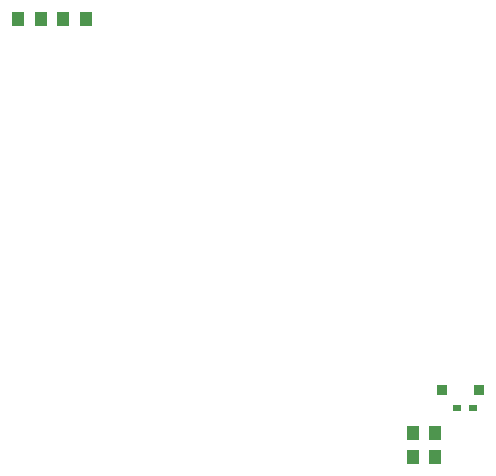
<source format=gbp>
G04 DipTrace 3.1.0.1*
G04 TeensyArbotixXYZRPIV0.3.gbp*
%MOIN*%
G04 #@! TF.FileFunction,Paste,Bot*
G04 #@! TF.Part,Single*
%ADD35R,0.035433X0.037402*%
%ADD76R,0.027559X0.019685*%
%ADD78R,0.043307X0.051181*%
%FSLAX26Y26*%
G04*
G70*
G90*
G75*
G01*
G04 BotPaste*
%LPD*%
D35*
X2896054Y983324D3*
X2772038D3*
D76*
X2875649Y921436D3*
X2824467D3*
D78*
X2751103Y758701D3*
X2676299D3*
X1511299Y2218701D3*
X1586103D3*
X1436103D3*
X1361299D3*
X2751103Y838701D3*
X2676299D3*
M02*

</source>
